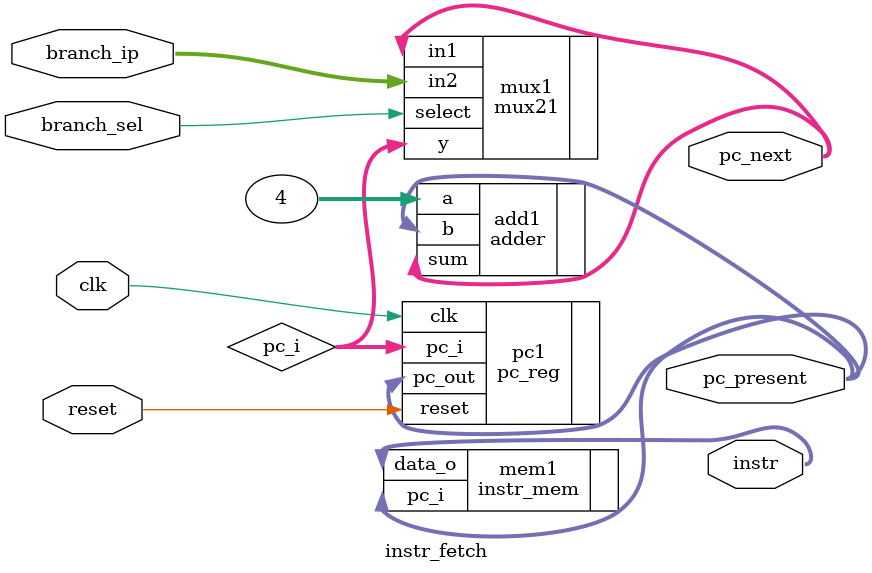
<source format=sv>
module instr_fetch(
    input bit clk,reset,
    input logic branch_sel,
    input logic [31:0] branch_ip,
    output logic [31:0] instr,pc_present,pc_next
    );
    
    logic [31:0] pc_i;
    
    instr_mem mem1(.pc_i(pc_present), .data_o(instr));
    adder add1(.a(4), .b(pc_present), .sum(pc_next));
    mux21 mux1(.in1(pc_next), .in2(branch_ip), .select(branch_sel), .y(pc_i));
    pc_reg pc1(.clk(clk), .reset(reset), .pc_i(pc_i), .pc_out(pc_present));
endmodule
</source>
